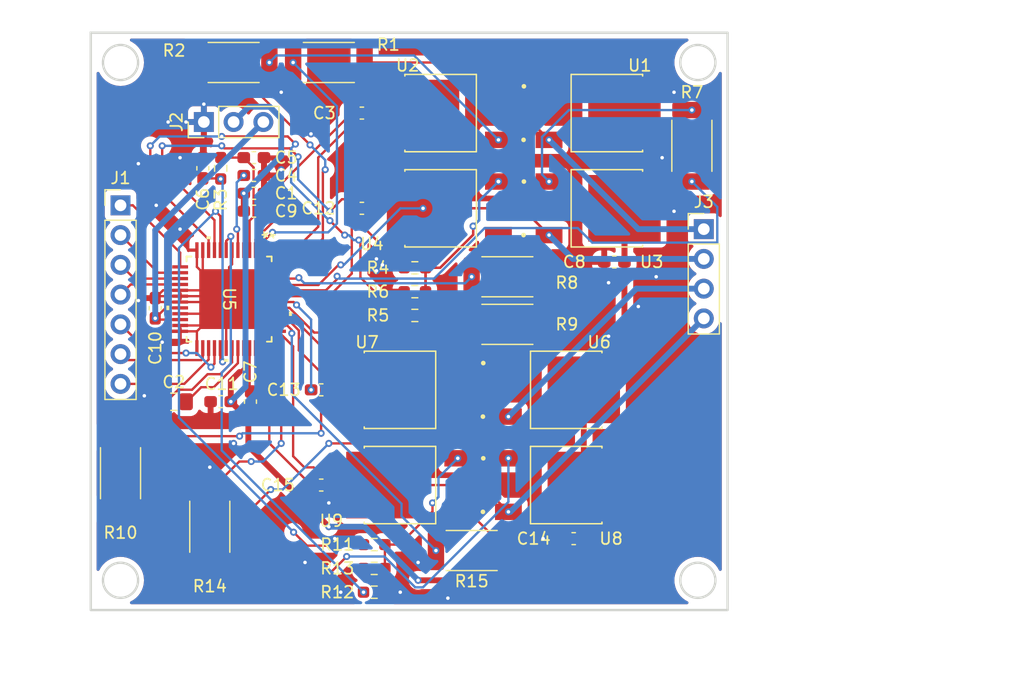
<source format=kicad_pcb>
(kicad_pcb (version 20240108) (generator "pcbnew") (generator_version "8.0")
  (layers (0 "F.Cu" signal) (31 "B.Cu" signal) (34 "B.Paste" user) (35 "F.Paste" user) (36 "B.SilkS" user "B.Silkscreen") (37 "F.SilkS" user "F.Silkscreen") (38 "B.Mask" user) (39 "F.Mask" user) (44 "Edge.Cuts" user))
  (net 0 "")
  (net 1 "/BMA1")
  (net 2 "Net-(U1-G)")
  (net 3 "VM")
  (net 4 "Net-(U2-G)")
  (net 5 "Net-(U2-S)")
  (net 6 "/BMA2")
  (net 7 "Net-(U3-G)")
  (net 8 "Net-(U4-G)")
  (net 9 "/CA1")
  (net 10 "/HB1")
  (net 11 "/SRAH")
  (net 12 "/LB1")
  (net 13 "GND")
  (net 14 "/TMC5160A/CPI")
  (net 15 "/LA1")
  (net 16 "/TMC5160A/CPO")
  (net 17 "/HB2")
  (net 18 "VC")
  (net 19 "/SRBH")
  (net 20 "/LA2")
  (net 21 "/LB2")
  (net 22 "/SRAL")
  (net 23 "/CA2")
  (net 24 "/CB1")
  (net 25 "/CB2")
  (net 26 "/TMC5160A/12VOUT")
  (net 27 "/SRBL")
  (net 28 "/TMC5160A/5VOUT")
  (net 29 "/TMC5160A/VCC")
  (net 30 "/TMC5160A/VCP")
  (net 31 "/HA1")
  (net 32 "/BMB1")
  (net 33 "/BMB2")
  (net 34 "/TMC5160A/DIAG0")
  (net 35 "/TMC5160A/DIAG1")
  (net 36 "/TMC5160A/MOSI")
  (net 37 "/TMC5160A/MISO")
  (net 38 "/HA2")
  (net 39 "/TMC5160A/SCK")
  (net 40 "/TMC5160A/ENABLE")
  (net 41 "Net-(U6-G)")
  (net 42 "Net-(U7-G)")
  (net 43 "Net-(U7-S)")
  (net 44 "Net-(U8-G)")
  (net 45 "Net-(U9-G)")
  (net 46 "/TMC5160A/CSN")
  (footprint "AOD4126:TRANS_TSM60N1R4CP_ROG" (layer "F.Cu") (at 156.677 75.184)
    (property "Reference" "U6")
    (property "Value" "AOD4126")
  )
  (footprint "Resistor_SMD:R_0603_1608Metric_Pad0.98x0.95mm_HandSolder" (layer "F.Cu") (at 141.0325 90.424)
    (property "Reference" "R13")
    (property "Value" "30m")
  )
  (footprint "TMC5160A-TA-T:21-100582_ADI" (layer "F.Cu") (at 128.649 67.439 -90)
    (property "Reference" "U5")
    (property "Value" "TMC5160A-TA-T")
  )
  (footprint "AOD4126:TRANS_TSM60N1R4CP_ROG" (layer "F.Cu") (at 156.677 83.312)
    (property "Reference" "U8")
    (property "Value" "AOD4126")
  )
  (footprint "Resistor_SMD:R_0603_1608Metric_Pad0.98x0.95mm_HandSolder" (layer "F.Cu") (at 127.931 56.2738 -90)
    (property "Reference" "R3")
    (property "Value" "2.2")
  )
  (footprint "Resistor_SMD:R_0603_1608Metric_Pad0.98x0.95mm_HandSolder" (layer "F.Cu") (at 141.0325 92.456)
    (property "Reference" "R12")
    (property "Value" "47")
  )
  (footprint "Resistor_SMD:R_2512_6332Metric_Pad1.40x3.35mm_HandSolder" (layer "F.Cu") (at 152.398 65.532 180)
    (property "Reference" "R8")
    (property "Value" "5")
  )
  (footprint "Resistor_SMD:R_2512_6332Metric_Pad1.40x3.35mm_HandSolder" (layer "F.Cu") (at 127 86.868 90)
    (property "Reference" "R14")
    (property "Value" "5")
  )
  (footprint "Resistor_SMD:R_0603_1608Metric_Pad0.98x0.95mm_HandSolder" (layer "F.Cu") (at 144.501501 68.835)
    (property "Reference" "R5")
    (property "Value" "47")
  )
  (footprint "AOD4126:TRANS_TSM60N1R4CP_ROG" (layer "F.Cu") (at 147.446 59.691 180)
    (property "Reference" "U4")
    (property "Value" "AOD4126")
  )
  (footprint "Capacitor_SMD:C_0603_1608Metric_Pad1.08x0.95mm_HandSolder" (layer "F.Cu") (at 122.343 68.2148 -90)
    (property "Reference" "C10")
    (property "Value" "100nF")
  )
  (footprint "AOD4126:TRANS_TSM60N1R4CP_ROG" (layer "F.Cu") (at 160.146 51.563)
    (property "Reference" "U1")
    (property "Value" "AOD4126")
  )
  (footprint "AOD4126:TRANS_TSM60N1R4CP_ROG" (layer "F.Cu") (at 147.446 51.563 180)
    (property "Reference" "U2")
    (property "Value" "AOD4126")
  )
  (footprint "Capacitor_SMD:C_0603_1608Metric_Pad1.08x0.95mm_HandSolder" (layer "F.Cu") (at 127.931 76.1893)
    (property "Reference" "C11")
    (property "Value" "2.2uF")
  )
  (footprint "Resistor_SMD:R_2512_6332Metric_Pad1.40x3.35mm_HandSolder" (layer "F.Cu") (at 137.162 47.244)
    (property "Reference" "R1")
    (property "Value" "5")
  )
  (footprint "Capacitor_SMD:C_0603_1608Metric_Pad1.08x0.95mm_HandSolder" (layer "F.Cu") (at 158.0595 87.884)
    (property "Reference" "C14")
    (property "Value" "470nF")
  )
  (footprint "Capacitor_SMD:C_0603_1608Metric_Pad1.08x0.95mm_HandSolder" (layer "F.Cu") (at 130.7615 59.9333 180)
    (property "Reference" "C9")
    (property "Value" "2.2uF")
  )
  (footprint "Capacitor_SMD:C_0603_1608Metric_Pad1.08x0.95mm_HandSolder" (layer "F.Cu") (at 136.5105 83.312 180)
    (property "Reference" "C15")
    (property "Value" "470nF")
  )
  (footprint "Resistor_SMD:R_2512_6332Metric_Pad1.40x3.35mm_HandSolder" (layer "F.Cu") (at 129.034 47.244)
    (property "Reference" "R2")
    (property "Value" "5")
  )
  (footprint "Capacitor_SMD:C_0603_1608Metric_Pad1.08x0.95mm_HandSolder" (layer "F.Cu") (at 126.407 56.2738 -90)
    (property "Reference" "C6")
    (property "Value" "470nF")
  )
  (footprint "AOD4126:TRANS_TSM60N1R4CP_ROG" (layer "F.Cu") (at 143.977 75.184 180)
    (property "Reference" "U7")
    (property "Value" "AOD4126")
  )
  (footprint "Resistor_SMD:R_0603_1608Metric_Pad0.98x0.95mm_HandSolder" (layer "F.Cu") (at 144.501501 66.803)
    (property "Reference" "R6")
    (property "Value" "30m")
  )
  (footprint "Resistor_SMD:R_2512_6332Metric_Pad1.40x3.35mm_HandSolder" (layer "F.Cu") (at 168.148 54.354 -90)
    (property "Reference" "R7")
    (property "Value" "5")
  )
  (footprint "Capacitor_SMD:C_0603_1608Metric_Pad1.08x0.95mm_HandSolder" (layer "F.Cu") (at 136.5105 75.184)
    (property "Reference" "C13")
    (property "Value" "470nF")
  )
  (footprint "Capacitor_SMD:C_0603_1608Metric_Pad1.08x0.95mm_HandSolder" (layer "F.Cu") (at 139.979501 59.691 180)
    (property "Reference" "C12")
    (property "Value" "470nF")
  )
  (footprint "Capacitor_SMD:C_0603_1608Metric_Pad1.08x0.95mm_HandSolder" (layer "F.Cu") (at 130.471 76.1893 -90)
    (property "Reference" "C7")
    (property "Value" "2.2uF")
  )
  (footprint "Resistor_SMD:R_2512_6332Metric_Pad1.40x3.35mm_HandSolder" (layer "F.Cu") (at 149.352 88.9 180)
    (property "Reference" "R15")
    (property "Value" "5")
  )
  (footprint "Resistor_SMD:R_2512_6332Metric_Pad1.40x3.35mm_HandSolder" (layer "F.Cu") (at 119.38 82.298 -90)
    (property "Reference" "R10")
    (property "Value" "5")
  )
  (footprint "Resistor_SMD:R_2512_6332Metric_Pad1.40x3.35mm_HandSolder" (layer "F.Cu") (at 152.4 69.596)
    (property "Reference" "R9")
    (property "Value" "5")
  )
  (footprint "Capacitor_SMD:C_0603_1608Metric_Pad1.08x0.95mm_HandSolder" (layer "F.Cu") (at 139.9795 51.563)
    (property "Reference" "C3")
    (property "Value" "470nF")
  )
  (footprint "Capacitor_SMD:C_0805_2012Metric_Pad1.18x1.45mm_HandSolder" (layer "F.Cu") (at 123.9305 76.2)
    (property "Reference" "C2")
    (property "Value" "2.2uF")
  )
  (footprint "Capacitor_SMD:C_0603_1608Metric_Pad1.08x0.95mm_HandSolder" (layer "F.Cu") (at 161.5285 64.262999)
    (property "Reference" "C8")
    (property "Value" "470nF")
  )
  (footprint "AOD4126:TRANS_TSM60N1R4CP_ROG" (layer "F.Cu") (at 143.977 83.312 180)
    (property "Reference" "U9")
    (property "Value" "AOD4126")
  )
  (footprint "Capacitor_SMD:C_0603_1608Metric_Pad1.08x0.95mm_HandSolder" (layer "F.Cu") (at 130.7615 55.3613 180)
    (property "Reference" "C5")
    (property "Value" "2.2uF")
  )
  (footprint "Capacitor_SMD:C_0603_1608Metric_Pad1.08x0.95mm_HandSolder" (layer "F.Cu") (at 130.7615 56.8853 180)
    (property "Reference" "C4")
    (property "Value" "2.2uF")
  )
  (footprint "Connector_PinHeader_2.54mm:PinHeader_1x04_P2.54mm_Vertical" (layer "F.Cu") (at 169.164 61.468)
    (property "Reference" "J3")
    (property "Value" "Conn_01x04")
  )
  (footprint "Resistor_SMD:R_0603_1608Metric_Pad0.98x0.95mm_HandSolder" (layer "F.Cu") (at 144.501501 64.771)
    (property "Reference" "R4")
    (property "Value" "47")
  )
  (footprint "Connector_PinHeader_2.54mm:PinHeader_1x07_P2.54mm_Vertical" (layer "F.Cu") (at 119.38 59.436)
    (property "Reference" "J1")
    (property "Value" "Conn_01x07")
  )
  (footprint "Connector_PinHeader_2.54mm:PinHeader_1x03_P2.54mm_Vertical" (layer "F.Cu") (at 126.492 52.324 90)
    (property "Reference" "J2")
    (property "Value" "Conn_01x03")
  )
  (footprint "Resistor_SMD:R_0603_1608Metric_Pad0.98x0.95mm_HandSolder" (layer "F.Cu") (at 141.0325 88.392)
    (property "Reference" "R11")
    (property "Value" "47")
  )
  (footprint "Capacitor_SMD:C_0603_1608Metric_Pad1.08x0.95mm_HandSolder" (layer "F.Cu") (at 130.7615 58.4093 180)
    (property "Reference" "C1")
    (property "Value" "100nF")
  )
  (footprint "AOD4126:TRANS_TSM60N1R4CP_ROG" (layer "F.Cu") (at 160.146 59.690999)
    (property "Reference" "U3")
    (property "Value" "AOD4126")
  )
  (gr_rect (start 116.84 44.704) (end 171.196 93.98) (stroke (width 0.2)) (fill none) (layer "Edge.Cuts"))
  (gr_circle (center 168.656 47.244) (end 170.156 47.244) (stroke (width 0.2)) (fill none) (layer "Edge.Cuts"))
  (gr_circle (center 119.38 91.44) (end 120.88 91.44) (stroke (width 0.2)) (fill none) (layer "Edge.Cuts"))
  (gr_circle (center 168.656 91.44) (end 170.156 91.44) (stroke (width 0.2)) (fill none) (layer "Edge.Cuts"))
  (gr_circle (center 119.38 47.244) (end 120.88 47.244) (stroke (width 0.2)) (fill none) (layer "Edge.Cuts"))
  (segment (start 132.8273 68.689) (end 133.740101 68.689) (width 0.2) (layer "F.Cu") (net 1))
  (segment (start 133.740101 68.689) (end 140.235101 75.184) (width 0.2) (layer "F.Cu") (net 1))
  (segment (start 140.235101 75.184) (end 141.732 75.184) (width 0.2) (layer "F.Cu") (net 1))
  (segment (start 145.288 71.628) (end 141.732 75.184) (width 0.2) (layer "F.Cu") (net 1))
  (segment (start 151.042 73.105) (end 149.565 71.628) (width 0.2) (layer "F.Cu") (net 1))
  (segment (start 152.487 77.469) (end 151.042 76.024) (width 0.2) (layer "F.Cu") (net 1))
  (segment (start 137.373 75.184) (end 141.732 75.184) (width 0.2) (layer "F.Cu") (net 1))
  (segment (start 151.042 76.024) (end 151.042 73.105) (width 0.2) (layer "F.Cu") (net 1))
  (segment (start 149.565 71.628) (end 145.288 71.628) (width 0.2) (layer "F.Cu") (net 1))
  (via (at 152.487 77.469) (size 0.6) (drill 0.3) (layers "F.Cu" "B.Cu") (net 1))
  (segment (start 169.164 66.548) (end 163.408 66.548) (width 0.5) (layer "B.Cu") (net 1))
  (segment (start 163.408 66.548) (end 152.487 77.469) (width 0.5) (layer "B.Cu") (net 1))
  (segment (start 153.922 47.244) (end 140.212 47.244) (width 0.2) (layer "F.Cu") (net 2))
  (segment (start 155.956 49.278) (end 153.922 47.244) (width 0.2) (layer "F.Cu") (net 2))
  (segment (start 162.391 51.563) (end 162.391 59.691) (width 0.5) (layer "F.Cu") (net 3))
  (segment (start 130.29 77.2328) (end 130.29 79.998) (width 0.5) (layer "F.Cu") (net 3))
  (segment (start 158.922 83.312) (end 158.922 75.184) (width 0.5) (layer "F.Cu") (net 3))
  (segment (start 162.391 51.563) (end 162.391 59.691) (width 0.5) (layer "F.Cu") (net 3))
  (segment (start 162.391 59.691) (end 162.686 59.691) (width 0.5) (layer "F.Cu") (net 3))
  (segment (start 158.922 83.312) (end 159.217 83.312) (width 0.5) (layer "F.Cu") (net 3))
  (segment (start 162.391 51.563) (end 162.391 59.691) (width 0.5) (layer "F.Cu") (net 3))
  (segment (start 162.391 59.690999) (end 162.391 71.715) (width 0.5) (layer "F.Cu") (net 3))
  (segment (start 162.391 59.691) (end 162.391 64.263) (width 0.5) (layer "F.Cu") (net 3))
  (segment (start 130.471 77.0518) (end 130.29 77.2328) (width 0.5) (layer "F.Cu") (net 3))
  (segment (start 128.7935 74.4065) (end 129.54 73.66) (width 0.5) (layer "F.Cu") (net 3))
  (segment (start 162.391 59.691) (end 162.391 64.263) (width 0.5) (layer "F.Cu") (net 3))
  (segment (start 162.391 59.691) (end 162.686 59.691) (width 0.5) (layer "F.Cu") (net 3))
  (segment (start 155.366 91.44) (end 158.922 87.884) (width 0.5) (layer "F.Cu") (net 3))
  (segment (start 129.899 73.301) (end 129.899 71.6173) (width 0.2) (layer "F.Cu") (net 3))
  (segment (start 130.29 79.998) (end 137.16 86.868) (width 0.5) (layer "F.Cu") (net 3))
  (segment (start 162.391 59.691) (end 162.391 64.263) (width 0.5) (layer "F.Cu") (net 3))
  (segment (start 144.78 91.44) (end 155.366 91.44) (width 0.5) (layer "F.Cu") (net 3))
  (segment (start 162.391 59.691) (end 162.686 59.691) (width 0.5) (layer "F.Cu") (net 3))
  (segment (start 129.656 77.0518) (end 128.7935 76.1893) (width 0.5) (layer "F.Cu") (net 3))
  (segment (start 158.922 83.312) (end 158.922 87.884) (width 0.5) (layer "F.Cu") (net 3))
  (segment (start 128.7935 76.1893) (end 128.7935 74.4065) (width 0.5) (layer "F.Cu") (net 3))
  (segment (start 129.899 58.4093) (end 129.899 59.9333) (width 0.5) (layer "F.Cu") (net 3))
  (segment (start 129.899 59.9333) (end 129.899 63.2607) (width 0.2) (layer "F.Cu") (net 3))
  (segment (start 130.471 77.0518) (end 129.656 77.0518) (width 0.5) (layer "F.Cu") (net 3))
  (segment (start 162.391 71.715) (end 158.922 75.184) (width 0.5) (layer "F.Cu") (net 3))
  (segment (start 129.54 73.66) (end 129.899 73.301) (width 0.2) (layer "F.Cu") (net 3))
  (via (at 128.7935 76.1893) (size 0.6) (drill 0.3) (layers "F.Cu" "B.Cu") (net 3))
  (via (at 129.899 58.4093) (size 0.6) (drill 0.3) (layers "F.Cu" "B.Cu") (net 3))
  (via (at 137.16 86.868) (size 0.6) (drill 0.3) (layers "F.Cu" "B.Cu") (net 3))
  (via (at 144.78 91.44) (size 0.6) (drill 0.3) (layers "F.Cu" "B.Cu") (net 3))
  (segment (start 133.096 55.2123) (end 129.899 58.4093) (width 0.5) (layer "B.Cu") (net 3))
  (segment (start 133.096 52.009522) (end 133.096 55.2123) (width 0.5) (layer "B.Cu") (net 3))
  (segment (start 137.16 86.868) (end 140.208 86.868) (width 0.5) (layer "B.Cu") (net 3))
  (segment (start 130.332 51.024) (end 132.110478 51.024) (width 0.5) (layer "B.Cu") (net 3))
  (segment (start 130.049 58.5593) (end 130.049 74.9338) (width 0.5) (layer "B.Cu") (net 3))
  (segment (start 129.032 52.324) (end 130.332 51.024) (width 0.5) (layer "B.Cu") (net 3))
  (segment (start 129.899 58.4093) (end 130.049 58.5593) (width 0.5) (layer "B.Cu") (net 3))
  (segment (start 130.049 74.9338) (end 128.7935 76.1893) (width 0.5) (layer "B.Cu") (net 3))
  (segment (start 132.110478 51.024) (end 133.096 52.009522) (width 0.5) (layer "B.Cu") (net 3))
  (segment (start 140.208 86.868) (end 144.78 91.44) (width 0.5) (layer "B.Cu") (net 3))
  (segment (start 151.636 53.848) (end 151.191 53.848) (width 0.2) (layer "F.Cu") (net 4))
  (segment (start 151.636 53.848) (end 151.191 53.848) (width 0.2) (layer "F.Cu") (net 4))
  (segment (start 151.636 53.848) (end 151.191 53.848) (width 0.2) (layer "F.Cu") (net 4))
  (via (at 132.084 47.244) (size 0.6) (drill 0.3) (layers "F.Cu" "B.Cu") (net 4))
  (via (at 151.636 53.848) (size 0.6) (drill 0.3) (layers "F.Cu" "B.Cu") (net 4))
  (segment (start 151.636 53.848) (end 144.432 46.644) (width 0.2) (layer "B.Cu") (net 4))
  (segment (start 132.684 46.644) (end 132.084 47.244) (width 0.2) (layer "B.Cu") (net 4))
  (segment (start 144.432 46.644) (end 132.684 46.644) (width 0.2) (layer "B.Cu") (net 4))
  (segment (start 151.636 49.278) (end 153.081 50.723) (width 0.2) (layer "F.Cu") (net 5))
  (segment (start 151.636 49.278) (end 153.081 50.723) (width 0.2) (layer "F.Cu") (net 5))
  (segment (start 146.656 64.771) (end 149.478 61.949) (width 0.2) (layer "F.Cu") (net 5))
  (segment (start 153.081 50.723) (end 153.081 55.961) (width 0.2) (layer "F.Cu") (net 5))
  (segment (start 149.478 61.949) (end 149.478 61.215) (width 0.2) (layer "F.Cu") (net 5))
  (segment (start 151.636 49.278) (end 153.081 50.723) (width 0.2) (layer "F.Cu") (net 5))
  (segment (start 145.414 64.771) (end 145.414 66.803) (width 0.2) (layer "F.Cu") (net 5))
  (segment (start 146.656 64.771) (end 149.478 61.949) (width 0.2) (layer "F.Cu") (net 5))
  (segment (start 146.656 64.771) (end 149.478 61.949) (width 0.2) (layer "F.Cu") (net 5))
  (segment (start 153.081 50.723) (end 153.081 55.961) (width 0.2) (layer "F.Cu") (net 5))
  (segment (start 145.414 64.771) (end 146.656 64.771) (width 0.2) (layer "F.Cu") (net 5))
  (segment (start 153.081 55.961) (end 151.636 57.406) (width 0.2) (layer "F.Cu") (net 5))
  (segment (start 153.081 55.961) (end 151.636 57.406) (width 0.2) (layer "F.Cu") (net 5))
  (segment (start 145.414 64.771) (end 146.656 64.771) (width 0.2) (layer "F.Cu") (net 5))
  (segment (start 149.478 61.949) (end 149.478 61.215) (width 0.2) (layer "F.Cu") (net 5))
  (segment (start 153.081 50.723) (end 153.081 55.961) (width 0.2) (layer "F.Cu") (net 5))
  (segment (start 145.414 64.771) (end 146.656 64.771) (width 0.2) (layer "F.Cu") (net 5))
  (segment (start 149.478 61.949) (end 149.478 61.215) (width 0.2) (layer "F.Cu") (net 5))
  (segment (start 153.081 55.961) (end 151.636 57.406) (width 0.2) (layer "F.Cu") (net 5))
  (segment (start 145.414 64.771) (end 145.414 66.803) (width 0.2) (layer "F.Cu") (net 5))
  (segment (start 145.414 64.771) (end 145.414 66.803) (width 0.2) (layer "F.Cu") (net 5))
  (via (at 149.478 61.215) (size 0.6) (drill 0.3) (layers "F.Cu" "B.Cu") (net 5))
  (via (at 149.478 61.215) (size 0.6) (drill 0.3) (layers "F.Cu" "B.Cu") (net 5))
  (via (at 151.636 57.406) (size 0.6) (drill 0.3) (layers "F.Cu" "B.Cu") (net 5))
  (via (at 151.636 57.406) (size 0.6) (drill 0.3) (layers "F.Cu" "B.Cu") (net 5))
  (via (at 149.478 61.215) (size 0.6) (drill 0.3) (layers "F.Cu" "B.Cu") (net 5))
  (via (at 151.636 57.406) (size 0.6) (drill 0.3) (layers "F.Cu" "B.Cu") (net 5))
  (segment (start 149.986 60.707) (end 149.986 59.056) (width 0.2) (layer "B.Cu") (net 5))
  (segment (start 149.986 59.056) (end 151.636 57.406) (width 0.2) (layer "B.Cu") (net 5))
  (segment (start 149.478 61.215) (end 149.986 60.707) (width 0.2) (layer "B.Cu") (net 5))
  (segment (start 149.986 59.056) (end 151.636 57.406) (width 0.2) (layer "B.Cu") (net 5))
  (segment (start 149.478 61.215) (end 149.986 60.707) (width 0.2) (layer "B.Cu") (net 5))
  (segment (start 149.986 60.707) (end 149.986 59.056) (width 0.2) (layer "B.Cu") (net 5))
  (segment (start 149.986 59.056) (end 151.636 57.406) (width 0.2) (layer "B.Cu") (net 5))
  (segment (start 149.478 61.215) (end 149.986 60.707) (width 0.2) (layer "B.Cu") (net 5))
  (segment (start 149.986 60.707) (end 149.986 59.056) (width 0.2) (layer "B.Cu") (net 5))
  (segment (start 150.202 83.312) (end 141.732 83.312) (width 0.2) (layer "F.Cu") (net 6))
  (segment (start 135.863 81.802) (end 137.373 83.312) (width 0.2) (layer "F.Cu") (net 6))
  (segment (start 134.112 80.845222) (end 135.068778 81.802) (width 0.2) (layer "F.Cu") (net 6))
  (segment (start 134.112 71.4737) (end 134.112 80.845222) (width 0.2) (layer "F.Cu") (net 6))
  (segment (start 137.373 83.312) (end 141.732 83.312) (width 0.2) (layer "F.Cu") (net 6))
  (segment (start 152.487 85.597) (end 150.202 83.312) (width 0.2) (layer "F.Cu") (net 6))
  (segment (start 135.068778 81.802) (end 135.863 81.802) (width 0.2) (layer "F.Cu") (net 6))
  (segment (start 132.8273 70.189) (end 134.112 71.4737) (width 0.2) (layer "F.Cu") (net 6))
  (via (at 152.487 85.597) (size 0.6) (drill 0.3) (layers "F.Cu" "B.Cu") (net 6))
  (segment (start 169.164 69.088) (end 152.655 85.597) (width 0.5) (layer "B.Cu") (net 6))
  (segment (start 152.655 85.597) (end 152.487 85.597) (width 0.5) (layer "B.Cu") (net 6))
  (segment (start 155.956 57.405999) (end 155.956 57.404) (width 0.2) (layer "F.Cu") (net 7))
  (via (at 168.148 51.304) (size 0.6) (drill 0.3) (layers "F.Cu" "B.Cu") (net 7))
  (via (at 155.956 57.404) (size 0.6) (drill 0.3) (layers "F.Cu" "B.Cu") (net 7))
  (segment (start 155.356 56.804) (end 155.356 53.599471) (width 0.2) (layer "B.Cu") (net 7))
  (segment (start 155.356 53.599471) (end 157.651471 51.304) (width 0.2) (layer "B.Cu") (net 7))
  (segment (start 157.651471 51.304) (end 168.148 51.304) (width 0.2) (layer "B.Cu") (net 7))
  (segment (start 155.956 57.404) (end 155.356 56.804) (width 0.2) (layer "B.Cu") (net 7))
  (segment (start 151.892 61.976) (end 155.448 65.532) (width 0.2) (layer "F.Cu") (net 8))
  (segment (start 151.636 61.976) (end 151.892 61.976) (width 0.2) (layer "F.Cu") (net 8))
  (segment (start 132.8273 67.689) (end 134.154316 67.689) (width 0.2) (layer "F.Cu") (net 9))
  (segment (start 134.154316 67.689) (end 134.403215 67.937899) (width 0.2) (layer "F.Cu") (net 9))
  (via (at 134.403215 67.937899) (size 0.6) (drill 0.3) (layers "F.Cu" "B.Cu") (net 9))
  (via (at 135.648 75.184) (size 0.6) (drill 0.3) (layers "F.Cu" "B.Cu") (net 9))
  (segment (start 134.403215 67.937899) (end 135.648 69.182684) (width 0.2) (layer "B.Cu") (net 9))
  (segment (start 135.648 69.182684) (end 135.648 75.184) (width 0.2) (layer "B.Cu") (net 9))
  (segment (start 131.399 63.2607) (end 131.399 62.69643) (width 0.2) (layer "F.Cu") (net 10))
  (segment (start 131.399 62.69643) (end 132.353715 61.741715) (width 0.2) (layer "F.Cu") (net 10))
  (via (at 132.353715 61.741715) (size 0.6) (drill 0.3) (layers "F.Cu" "B.Cu") (net 10))
  (via (at 134.112 47.244) (size 0.6) (drill 0.3) (layers "F.Cu" "B.Cu") (net 10))
  (segment (start 137.852 60.992532) (end 137.102817 61.741715) (width 0.2) (layer "B.Cu") (net 10))
  (segment (start 137.102817 61.741715) (end 132.353715 61.741715) (width 0.2) (layer "B.Cu") (net 10))
  (segment (start 134.112 47.244) (end 137.852 50.984) (width 0.2) (layer "B.Cu") (net 10))
  (segment (start 137.852 50.984) (end 137.852 60.992532) (width 0.2) (layer "B.Cu") (net 10))
  (segment (start 140.028 88.484) (end 140.12 88.392) (width 0.2) (layer "F.Cu") (net 11))
  (segment (start 127.898999 63.2607) (end 127.898999 60.351514) (width 0.2) (layer "F.Cu") (net 11))
  (segment (start 135.29947 88.484) (end 140.028 88.484) (width 0.2) (layer "F.Cu") (net 11))
  (segment (start 134.151735 87.336265) (end 135.29947 88.484) (width 0.2) (layer "F.Cu") (net 11))
  (segment (start 127.898999 60.351514) (end 127.491485 59.944) (width 0.2) (layer "F.Cu") (net 11))
  (via (at 127.491485 59.944) (size 0.6) (drill 0.3) (layers "F.Cu" "B.Cu") (net 11))
  (via (at 134.151735 87.336265) (size 0.6) (drill 0.3) (layers "F.Cu" "B.Cu") (net 11))
  (segment (start 124.368 77.55253) (end 124.368 63.067485) (width 0.2) (layer "B.Cu") (net 11))
  (segment (start 124.368 63.067485) (end 127.491485 59.944) (width 0.2) (layer "B.Cu") (net 11))
  (segment (start 134.151735 87.336265) (end 124.368 77.55253) (width 0.2) (layer "B.Cu") (net 11))
  (segment (start 133.740101 65.188999) (end 132.8273 65.188999) (width 0.2) (layer "F.Cu") (net 12))
  (segment (start 136.652 62.2771) (end 133.740101 65.188999) (width 0.2) (layer "F.Cu") (net 12))
  (segment (start 136.652 56.588) (end 136.652 62.2771) (width 0.2) (layer "F.Cu") (net 12))
  (segment (start 136.852 56.388) (end 136.652 56.588) (width 0.2) (layer "F.Cu") (net 12))
  (segment (start 128.524 47.244) (end 135.555735 54.275735) (width 0.2) (layer "F.Cu") (net 12))
  (segment (start 125.984 47.244) (end 128.524 47.244) (width 0.2) (layer "F.Cu") (net 12))
  (via (at 136.852 56.388) (size 0.6) (drill 0.3) (layers "F.Cu" "B.Cu") (net 12))
  (via (at 135.555735 54.275735) (size 0.6) (drill 0.3) (layers "F.Cu" "B.Cu") (net 12))
  (segment (start 136.852 55.572) (end 136.852 56.388) (width 0.2) (layer "B.Cu") (net 12))
  (segment (start 135.555735 54.275735) (end 136.852 55.572) (width 0.2) (layer "B.Cu") (net 12))
  (segment (start 128.899 64.4653) (end 128.899 63.2607) (width 0.2) (layer "F.Cu") (net 13))
  (segment (start 124.4707 68.689) (end 127.399 68.689) (width 0.2) (layer "F.Cu") (net 13))
  (segment (start 126.492 55.3263) (end 126.407 55.4113) (width 0.5) (layer "F.Cu") (net 13))
  (segment (start 143.589 66.803) (end 143.589 67.01) (width 0.2) (layer "F.Cu") (net 13))
  (segment (start 143.589 66.803) (end 143.589 67.01) (width 0.2) (layer "F.Cu") (net 13))
  (segment (start 125.899 71.6173) (end 125.899 70.189) (width 0.2) (layer "F.Cu") (net 13))
  (segment (start 122.6797 67.689) (end 122.343 67.3523) (width 0.2) (layer "F.Cu") (net 13))
  (segment (start 124.4707 66.688999) (end 123.006301 66.688999) (width 0.2) (layer "F.Cu") (net 13))
  (segment (start 126.398999 65.188999) (end 126.398999 63.2607) (width 0.2) (layer "F.Cu") (net 13))
  (segment (start 128.649 64.7153) (end 128.899 64.4653) (width 0.2) (layer "F.Cu") (net 13))
  (segment (start 127.399 68.689) (end 128.649 67.439) (width 0.2) (layer "F.Cu") (net 13))
  (segment (start 122.5063 67.189) (end 122.343 67.3523) (width 0.2) (layer "F.Cu") (net 13))
  (segment (start 125.899 70.189) (end 128.649 67.439) (width 0.2) (layer "F.Cu") (net 13))
  (segment (start 124.4707 67.189) (end 128.399 67.189) (width 0.2) (layer "F.Cu") (net 13))
  (segment (start 128.399 67.689) (end 128.649 67.439) (width 0.2) (layer "F.Cu") (net 13))
  (segment (start 128.399 67.189) (end 128.649 67.439) (width 0.2) (layer "F.Cu") (net 13))
  (segment (start 124.4707 67.689) (end 128.399 67.689) (width 0.2) (layer "F.Cu") (net 13))
  (segment (start 131.624 55.3613) (end 131.624 59.9333) (width 0.5) (layer "F.Cu") (net 13))
  (segment (start 124.4707 67.689) (end 122.6797 67.689) (width 0.2) (layer "F.Cu") (net 13))
  (segment (start 143.589 66.803) (end 143.589 67.01) (width 0.2) (layer "F.Cu") (net 13))
  (segment (start 128.649 67.439) (end 128.649 64.7153) (width 0.2) (layer "F.Cu") (net 13))
  (segment (start 126.398999 69.689001) (end 128.649 67.439) (width 0.2) (layer "F.Cu") (net 13))
  (segment (start 128.649 67.439) (end 125.899 64.689) (width 0.2) (layer "F.Cu") (net 13))
  (segment (start 141.945 92.249) (end 140.12 90.424) (width 0.5) (layer "F.Cu") (net 13))
  (segment (start 143.589 67.01) (end 145.414 68.835) (width 0.2) (layer "F.Cu") (net 13))
  (segment (start 124.4707 69.689001) (end 126.398999 69.689001) (width 0.2) (layer "F.Cu") (net 13))
  (segment (start 141.945 92.456) (end 141.945 92.249) (width 0.5) (layer "F.Cu") (net 13))
  (segment (start 124.4707 67.189) (end 122.5063 67.189) (width 0.2) (layer "F.Cu") (net 13))
  (segment (start 143.589 67.01) (end 145.414 68.835) (width 0.2) (layer "F.Cu") (net 13))
  (segment (start 126.492 52.324) (end 126.492 55.3263) (width 0.5) (layer "F.Cu") (net 13))
  (segment (start 124.4707 66.688999) (end 127.898999 66.688999) (width 0.2) (layer "F.Cu") (net 13))
  (segment (start 123.006301 66.688999) (end 122.343 67.3523) (width 0.2) (layer "F.Cu") (net 13))
  (segment (start 124.4707 70.189) (end 125.899 70.189) (width 0.2) (layer "F.Cu") (net 13))
  (segment (start 127.898999 66.688999) (end 128.649 67.439) (width 0.2) (layer "F.Cu") (net 13))
  (segment (start 128.649 67.439) (end 126.398999 65.188999) (width 0.2) (layer "F.Cu") (net 13))
  (segment (start 143.589 67.01) (end 145.414 68.835) (width 0.2) (layer "F.Cu") (net 13))
  (segment (start 125.899 64.689) (end 125.899 63.2607) (width 0.2) (layer "F.Cu") (net 13))
  (segment (start 124.4707 69.689001) (end 124.4707 70.189) (width 0.2) (layer "F.Cu") (net 13))
  (segment (start 128.399 67.689) (end 128.399 71.6173) (width 0.2) (layer "F.Cu") (net 13))
  (via (at 141.224 64.008) (size 0.6) (drill 0.3) (layers "F.Cu" "B.Cu") (net 13))
  (via (at 135.636 53.34) (size 0.6) (drill 0.3) (layers "F.Cu" "B.Cu") (net 13))
  (via (at 161.036 70.612) (size 0.6) (drill 0.3) (layers "F.Cu" "B.Cu") (net 13))
  (via (at 165.1 65.532) (size 0.6) (drill 0.3) (layers "F.Cu" "B.Cu") (net 13))
  (via (at 120.904 67.564) (size 0.6) (drill 0.3) (layers "F.Cu" "B.Cu") (net 13))
  (via (at 122.428 59.436) (size 0.6) (drill 0.3) (layers "F.Cu" "B.Cu") (net 13))
  (via (at 166.624 59.944) (size 0.6) (drill 0.3) (layers "F.Cu" "B.Cu") (net 13))
  (via (at 133.096 49.784) (size 0.6) (drill 0.3) (layers "F.Cu" "B.Cu") (net 13))
  (via (at 155.448 87.884) (size 0.6) (drill 0.3) (layers "F.Cu" "B.Cu") (net 13))
  (via (at 141.732 64.516) (size 0.6) (drill 0.3) (layers "F.Cu" "B.Cu") (net 13))
  (via (at 137.668 87.884) (size 0.6) (drill 0.3) (layers "F.Cu" "B.Cu") (net 13))
  (via (at 122.936 71.12) (size 0.6) (drill 0.3) (layers "F.Cu" "B.Cu") (net 13))
  (via (at 127 81.788) (size 0.6) (drill 0.3) (layers "F.Cu" "B.Cu") (net 13))
  (via (at 147.32 92.964) (size 0.6) (drill 0.3) (layers "F.Cu" "B.Cu") (net 13))
  (via (at 124.968 52.324) (size 0.6) (drill 0.3) (layers "F.Cu" "B.Cu") (net 13))
  (via (at 166.624 49.784) (size 0.6) (drill 0.3) (layers "F.Cu" "B.Cu") (net 13))
  (via (at 165.608 55.372) (size 0.6) (drill 0.3) (layers "F.Cu" "B.Cu") (net 13))
  (via (at 143.256 92.456) (size 0.6) (drill 0.3) (layers "F.Cu" "B.Cu") (net 13))
  (via (at 133.096 56.388) (size 0.6) (drill 0.3) (layers "F.Cu" "B.Cu") (net 13))
  (via (at 121.412 75.692) (size 0.6) (drill 0.3) (layers "F.Cu" "B.Cu") (net 13))
  (via (at 163.576 68.072) (size 0.6) (drill 0.3) (layers "F.Cu" "B.Cu") (net 13))
  (via (at 124.46 55.372) (size 0.6) (drill 0.3) (layers "F.Cu" "B.Cu") (net 13))
  (via (at 129.032 79.756) (size 0.6) (drill 0.3) (layers "F.Cu" "B.Cu") (net 13))
  (via (at 123.444 52.324) (size 0.6) (drill 0.3) (layers "F.Cu" "B.Cu") (net 13))
  (via (at 141.224 65.024) (size 0.6) (drill 0.3) (layers "F.Cu" "B.Cu") (net 13))
  (via (at 137.16 84.836) (size 0.6) (drill 0.3) (layers "F.Cu" "B.Cu") (net 13))
  (via (at 126.492 50.8) (size 0.6) (drill 0.3) (layers "F.Cu" "B.Cu") (net 13))
  (via (at 120.904 55.88) (size 0.6) (drill 0.3) (layers "F.Cu" "B.Cu") (net 13))
  (via (at 144.78 89.916) (size 0.6) (drill 0.3) (layers "F.Cu" "B.Cu") (net 13))
  (via (at 124.46 61.468) (size 0.6) (drill 0.3) (layers "F.Cu" "B.Cu") (net 13))
  (via (at 135.128 89.916) (size 0.6) (drill 0.3) (layers "F.Cu" "B.Cu") (net 13))
  (via (at 161.036 66.04) (size 0.6) (drill 0.3) (layers "F.Cu" "B.Cu") (net 13))
  (via (at 138.176 92.456) (size 0.6) (drill 0.3) (layers "F.Cu" "B.Cu") (net 13))
  (segment (start 126.266843 74.958843) (end 125.025686 76.2) (width 0.2) (layer "F.Cu") (net 14))
  (segment (start 129.399001 72.900484) (end 127.340642 74.958843) (width 0.2) (layer "F.Cu") (net 14))
  (segment (start 127.340642 74.958843) (end 126.266843 74.958843) (width 0.2) (layer "F.Cu") (net 14))
  (segment (start 129.399001 71.6173) (end 129.399001 72.900484) (width 0.2) (layer "F.Cu") (net 14))
  (segment (start 125.025686 76.2) (end 124.968 76.2) (width 0.2) (layer "F.Cu") (net 14))
  (segment (start 136.500735 73.712378) (end 134.599264 71.810907) (width 0.2) (layer "F.Cu") (net 15))
  (segment (start 119.38 79.248) (end 119.49001 79.13799) (width 0.2) (layer "F.Cu") (net 15))
  (segment (start 119.49001 79.13799) (end 129.54 79.13799) (width 0.2) (layer "F.Cu") (net 15))
  (segment (start 134.599264 71.810907) (end 134.599264 70.113849) (width 0.2) (layer "F.Cu") (net 15))
  (segment (start 134.599264 70.113849) (end 133.674414 69.188999) (width 0.2) (layer "F.Cu") (net 15))
  (segment (start 136.500735 78.891265) (end 136.500735 73.712378) (width 0.2) (layer "F.Cu") (net 15))
  (segment (start 133.674414 69.188999) (end 132.8273 69.188999) (width 0.2) (layer "F.Cu") (net 15))
  (via (at 129.54 79.13799) (size 0.6) (drill 0.3) (layers "F.Cu" "B.Cu") (net 15))
  (via (at 136.500735 78.891265) (size 0.6) (drill 0.3) (layers "F.Cu" "B.Cu") (net 15))
  (segment (start 129.54 79.13799) (end 129.786725 78.891265) (width 0.2) (layer "B.Cu") (net 15))
  (segment (start 129.786725 78.891265) (end 136.500735 78.891265) (width 0.2) (layer "B.Cu") (net 15))
  (segment (start 127.886141 73.847658) (end 126.812342 73.847658) (width 0.2) (layer "F.Cu") (net 16))
  (segment (start 128.899 72.834799) (end 127.886141 73.847658) (width 0.2) (layer "F.Cu") (net 16))
  (segment (start 126.812342 73.847658) (end 125.485 75.175) (width 0.2) (layer "F.Cu") (net 16))
  (segment (start 128.899 71.6173) (end 128.899 72.834799) (width 0.2) (layer "F.Cu") (net 16))
  (segment (start 125.485 75.175) (end 124.301529 75.175) (width 0.2) (layer "F.Cu") (net 16))
  (segment (start 124.301529 75.175) (end 123.184529 76.292) (width 0.2) (layer "F.Cu") (net 16))
  (segment (start 123.184529 76.292) (end 122.893 76.292) (width 0.2) (layer "F.Cu") (net 16))
  (segment (start 136.909215 66.688999) (end 132.8273 66.688999) (width 0.2) (layer "F.Cu") (net 17))
  (segment (start 137.867107 65.488) (end 137.867107 65.731107) (width 0.2) (layer "F.Cu") (net 17))
  (segment (start 137.867107 65.731107) (end 136.909215 66.688999) (width 0.2) (layer "F.Cu") (net 17))
  (via (at 168.148 57.404) (size 0.6) (drill 0.3) (layers "F.Cu" "B.Cu") (net 17))
  (via (at 137.867107 65.488) (size 0.6) (drill 0.3) (layers "F.Cu" "B.Cu") (net 17))
  (segment (start 159.646 62.618) (end 170.314 62.618) (width 0.2) (layer "B.Cu") (net 17))
  (segment (start 170.314 62.618) (end 170.314 59.57) (width 0.2) (layer "B.Cu") (net 17))
  (segment (start 138.067107 65.688) (end 146.148 65.688) (width 0.2) (layer "B.Cu") (net 17))
  (segment (start 137.867107 65.488) (end 138.067107 65.688) (width 0.2) (layer "B.Cu") (net 17))
  (segment (start 170.314 59.57) (end 168.148 57.404) (width 0.2) (layer "B.Cu") (net 17))
  (segment (start 158.403999 61.375999) (end 159.646 62.618) (width 0.2) (layer "B.Cu") (net 17))
  (segment (start 150.460001 61.375999) (end 158.403999 61.375999) (width 0.2) (layer "B.Cu") (net 17))
  (segment (start 146.148 65.688) (end 150.460001 61.375999) (width 0.2) (layer "B.Cu") (net 17))
  (segment (start 122.6696 69.0773) (end 122.343 69.0773) (width 0.2) (layer "F.Cu") (net 18))
  (segment (start 124.4707 69.188999) (end 122.454699 69.188999) (width 0.2) (layer "F.Cu") (net 18))
  (segment (start 124.4707 68.189001) (end 123.231299 68.189001) (width 0.2) (layer "F.Cu") (net 18))
  (segment (start 122.454699 69.188999) (end 122.343 69.0773) (width 0.2) (layer "F.Cu") (net 18))
  (segment (start 123.231299 68.189001) (end 122.343 69.0773) (width 0.2) (layer "F.Cu") (net 18))
  (via (at 122.343 69.0773) (size 0.6) (drill 0.3) (layers "F.Cu" "B.Cu") (net 18))
  (segment (start 122.343 61.553) (end 122.343 69.0773) (width 0.5) (layer "B.Cu") (net 18))
  (segment (start 131.572 52.324) (end 122.343 61.553) (width 0.5) (layer "B.Cu") (net 18))
  (segment (start 134.539735 55.291735) (end 133.8218 54.5738) (width 0.2) (layer "F.Cu") (net 19))
  (segment (start 122.936 56.237044) (end 127.399 60.700044) (width 0.2) (layer "F.Cu") (net 19))
  (segment (start 139.954501 61.1365) (end 139.954501 59.224278) (width 0.2) (layer "F.Cu") (net 19))
  (segment (start 139.954501 59.224278) (end 139.646223 58.916) (width 0.2) (layer "F.Cu") (net 19))
  (segment (start 127.399 60.700044) (end 127.399 63.2607) (width 0.2) (layer "F.Cu") (net 19))
  (segment (start 139.646223 58.916) (end 138.28 58.916) (width 0.2) (layer "F.Cu") (net 19))
  (segment (start 122.936 54.356) (end 122.936 56.237044) (width 0.2) (layer "F.Cu") (net 19))
  (segment (start 143.589001 64.771) (end 139.954501 61.1365) (width 0.2) (layer "F.Cu") (net 19))
  (segment (start 133.8218 54.5738) (end 128.2338 54.5738) (width 0.2) (layer "F.Cu") (net 19))
  (segment (start 128.2338 54.5738) (end 128.016 54.356) (width 0.2) (layer "F.Cu") (net 19))
  (segment (start 138.28 58.916) (end 137.252 59.944) (width 0.2) (layer "F.Cu") (net 19))
  (via (at 128.016 54.356) (size 0.6) (drill 0.3) (layers "F.Cu" "B.Cu") (net 19))
  (via (at 137.252 59.944) (size 0.6) (drill 0.3) (layers "F.Cu" "B.Cu") (net 19))
  (via (at 122.936 54.356) (size 0.6) (drill 0.3) (layers "F.Cu" "B.Cu") (net 19))
  (via (at 134.539735 55.291735) (size 0.6) (drill 0.3) (layers "F.Cu" "B.Cu") (net 19))
  (segment (start 134.539735 57.231735) (end 134.539735 55.291735) (width 0.2) (layer "B.Cu") (net 19))
  (segment (start 137.252 59.944) (end 134.539735 57.231735) (width 0.2) (layer "B.Cu") (net 19))
  (segment (start 128.016 54.356) (end 122.936 54.356) (width 0.2) (layer "B.Cu") (net 19))
  (segment (start 132.8273 69.689001) (end 133.60873 69.689001) (width 0.2) (layer "F.Cu") (net 20))
  (segment (start 133.999264 70.079535) (end 133.999264 70.362378) (width 0.2) (layer "F.Cu") (net 20))
  (segment (start 133.60873 69.689001) (end 133.999264 70.079535) (width 0.2) (layer "F.Cu") (net 20))
  (via (at 133.999264 70.362378) (size 0.6) (drill 0.3) (layers "F.Cu" "B.Cu") (net 20))
  (via (at 146.302 88.9) (size 0.6) (drill 0.3) (layers "F.Cu" "B.Cu") (net 20))
  (segment (start 146.302 88.9) (end 143.365494 85.963494) (width 0.2) (layer "B.Cu") (net 20))
  (segment (start 143.365494 85.963494) (end 143.365494 84.907494) (width 0.2) (layer "B.Cu") (net 20))
  (segment (start 133.999264 75.541264) (end 133.999264 70.362378) (width 0.2) (layer "B.Cu") (net 20))
  (segment (start 143.365494 84.907494) (end 133.999264 75.541264) (width 0.2) (layer "B.Cu") (net 20))
  (segment (start 134.525494 65.689001) (end 132.8273 65.689001) (width 0.2) (layer "F.Cu") (net 21))
  (segment (start 134.600424 65.614071) (end 134.525494 65.689001) (width 0.2) (layer "F.Cu") (net 21))
  (via (at 149.348 65.532) (size 0.6) (drill 0.3) (layers "F.Cu" "B.Cu") (net 21))
  (via (at 134.600424 65.614071) (size 0.6) (drill 0.3) (layers "F.Cu" "B.Cu") (net 21))
  (segment (start 148.792 66.088) (end 135.074353 66.088) (width 0.2) (layer "B.Cu") (net 21))
  (segment (start 135.074353 66.088) (end 134.600424 65.614071) (width 0.2) (layer "B.Cu") (net 21))
  (segment (start 149.348 65.532) (end 148.792 66.088) (width 0.2) (layer "B.Cu") (net 21))
  (segment (start 128.399 62.481537) (end 128.792939 62.087598) (width 0.2) (layer "F.Cu") (net 22))
  (segment (start 128.399 63.2607) (end 128.399 62.481537) (width 0.2) (layer "F.Cu") (net 22))
  (via (at 128.792939 62.087598) (size 0.6) (drill 0.3) (layers "F.Cu" "B.Cu") (net 22))
  (via (at 140.12 92.456) (size 0.6) (drill 0.3) (layers "F.Cu" "B.Cu") (net 22))
  (segment (start 128.792939 72.94086) (end 128.016 73.717799) (width 0.2) (layer "B.Cu") (net 22))
  (segment (start 128.792939 62.087598) (end 128.792939 72.94086) (width 0.2) (layer "B.Cu") (net 22))
  (segment (start 128.016 73.717799) (end 128.016 80.352) (width 0.2) (layer "B.Cu") (net 22))
  (segment (start 128.016 80.352) (end 140.12 92.456) (width 0.2) (layer "B.Cu") (net 22))
  (segment (start 130.899001 71.6173) (end 130.899001 74.450579) (width 0.2) (layer "F.Cu") (net 23))
  (segment (start 132.08 75.631578) (end 132.08 79.744) (width 0.2) (layer "F.Cu") (net 23))
  (segment (start 130.899001 74.450579) (end 132.08 75.631578) (width 0.2) (layer "F.Cu") (net 23))
  (segment (start 132.08 79.744) (end 135.648 83.312) (width 0.2) (layer "F.Cu") (net 23))
  (segment (start 132.4615 58.2185) (end 132.4615 60.7854) (width 0.2) (layer "F.Cu") (net 24))
  (segment (start 139.117 51.563) (end 132.4615 58.2185) (width 0.2) (layer "F.Cu") (net 24))
  (segment (start 130.899001 62.347899) (end 130.899001 63.2607) (width 0.2) (layer "F.Cu") (net 24))
  (segment (start 132.4615 60.7854) (end 130.899001 62.347899) (width 0.2) (layer "F.Cu") (net 24))
  (segment (start 137.189481 67.189) (end 139.117001 65.26148) (width 0.2) (layer "F.Cu") (net 25))
  (segment (start 132.8273 67.189) (end 137.189481 67.189) (width 0.2) (layer "F.Cu") (net 25))
  (segment (start 139.117001 65.26148) (end 139.117001 59.691) (width 0.2) (layer "F.Cu") (net 25))
  (segment (start 129.399001 63.2607) (end 129.399001 61.568001) (width 0.2) (layer "F.Cu") (net 26))
  (segment (start 129.399001 61.568001) (end 129.299 61.468) (width 0.2) (layer "F.Cu") (net 26))
  (via (at 129.899 56.8853) (size 0.6) (drill 0.3) (layers "F.Cu" "B.Cu") (net 26))
  (via (at 129.299 61.468) (size 0.6) (drill 0.3) (layers "F.Cu" "B.Cu") (net 26))
  (segment (start 129.299 57.4853) (end 129.899 56.8853) (width 0.2) (layer "B.Cu") (net 26))
  (segment (start 129.299 61.468) (end 129.299 57.4853) (width 0.2) (layer "B.Cu") (net 26))
  (segment (start 121.92 54.356) (end 121.92 57.368901) (width 0.2) (layer "F.Cu") (net 27))
  (segment (start 126.899001 62.347902) (end 126.899001 63.2607) (width 0.2) (layer "F.Cu") (net 27))
  (segment (start 143.101501 68.835) (end 143.589001 68.835) (width 0.2) (layer "F.Cu") (net 27))
  (segment (start 134.305926 54.209396) (end 133.652527 53.555997) (width 0.2) (layer "F.Cu") (net 27))
  (segment (start 139.855765 65.589264) (end 143.101501 68.835) (width 0.2) (layer "F.Cu") (net 27))
  (segment (start 121.92 57.368901) (end 126.899001 62.347902) (width 0.2) (layer "F.Cu") (net 27))
  (segment (start 139.717001 62.398738) (end 139.855765 62.537502) (width 0.2) (layer "F.Cu") (net 27))
  (segment (start 138.517001 61.976) (end 138.483997 61.976) (width 0.2) (layer "F.Cu") (net 27))
  (segment (start 138.483997 61.976) (end 137.252 60.744003) (width 0.2) (layer "F.Cu") (net 27))
  (segment (start 133.652527 53.555997) (end 128.016 53.555997) (width 0.2) (layer "F.Cu") (net 27))
  (segment (start 139.855765 62.537502) (end 139.855765 65.589264) (width 0.2) (layer "F.Cu") (net 27))
  (via (at 121.92 54.356) (size 0.6) (drill 0.3) (layers "F.Cu" "B.Cu") (net 27))
  (via (at 139.717001 62.398738) (size 0.6) (drill 0.3) (layers "F.Cu" "B.Cu") (net 27))
  (via (at 134.305926 54.209396) (size 0.6) (drill 0.3) (layers "F.Cu" "B.Cu") (net 27))
  (via (at 128.016 53.555997) (size 0.6) (drill 0.3) (layers "F.Cu" "B.Cu") (net 27))
  (via (at 138.517001 61.976) (size 0.6) (drill 0.3) (layers "F.Cu" "B.Cu") (net 27))
  (via (at 137.252 60.744003) (size 0.6) (drill 0.3) (layers "F.Cu" "B.Cu") (net 27))
  (segment (start 133.939735 54.575587) (end 134.305926 54.209396) (width 0.2) (layer "B.Cu") (net 27))
  (segment (start 137.203474 60.744003) (end 133.939735 57.480264) (width 0.2) (layer "B.Cu") (net 27))
  (segment (start 138.517001 61.976) (end 138.866209 61.976) (width 0.2) (layer "B.Cu") (net 27))
  (segment (start 128.016 53.555997) (end 122.720003 53.555997) (width 0.2) (layer "B.Cu") (net 27))
  (segment (start 137.252 60.744003) (end 137.203474 60.744003) (width 0.2) (layer "B.Cu") (net 27))
  (segment (start 122.720003 53.555997) (end 121.92 54.356) (width 0.2) (layer "B.Cu") (net 27))
  (segment (start 139.288947 62.398738) (end 139.717001 62.398738) (width 0.2) (layer "B.Cu") (net 27))
  (segment (start 133.939735 57.480264) (end 133.939735 54.575587) (width 0.2) (layer "B.Cu") (net 27))
  (segment (start 138.866209 61.976) (end 139.288947 62.398738) (width 0.2) (layer "B.Cu") (net 27))
  (segment (start 130.7365 56.1988) (end 129.899 55.3613) (width 0.2) (layer "F.Cu") (net 28))
  (segment (start 130.7365 60.400022) (end 130.7365 56.1988) (width 0.2) (layer "F.Cu") (net 28))
  (segment (start 130.398999 60.737523) (end 130.7365 60.400022) (width 0.2) (layer "F.Cu") (net 28))
  (segment (start 127.931 55.3613) (end 129.899 55.3613) (width 0.2) (layer "F.Cu") (net 28))
  (segment (start 130.398999 63.2607) (end 130.398999 60.737523) (width 0.2) (layer "F.Cu") (net 28))
  (segment (start 127.881 57.1363) (end 127.931 57.1863) (width 0.2) (layer "F.Cu") (net 29))
  (segment (start 127.898999 71.6173) (end 127.898999 72.601299) (width 0.2) (layer "F.Cu") (net 29))
  (segment (start 126.407 57.1363) (end 127.881 57.1363) (width 0.2) (layer "F.Cu") (net 29))
  (segment (start 127.898999 72.601299) (end 128.091485 72.793785) (width 0.2) (layer "F.Cu") (net 29))
  (via (at 128.091485 72.793785) (size 0.6) (drill 0.3) (layers "F.Cu" "B.Cu") (net 29))
  (via (at 127.931 57.1863) (size 0.6) (drill 0.3) (layers "F.Cu" "B.Cu") (net 29))
  (segment (start 128.091485 72.793785) (end 128.091485 57.346785) (width 0.2) (layer "B.Cu") (net 29))
  (segment (start 128.091485 57.346785) (end 127.931 57.1863) (width 0.2) (layer "B.Cu") (net 29))
  (segment (start 130.398999 75.254799) (end 130.398999 71.6173) (width 0.2) (layer "F.Cu") (net 30))
  (segment (start 130.471 75.3268) (end 130.398999 75.254799) (width 0.2) (layer "F.Cu") (net 30))
  (segment (start 133.805788 68.189001) (end 132.8273 68.189001) (width 0.2) (layer "F.Cu") (net 31))
  (segment (start 135.912786 70.295999) (end 133.805788 68.189001) (width 0.2) (layer "F.Cu") (net 31))
  (segment (start 148.650001 70.295999) (end 135.912786 70.295999) (width 0.2) (layer "F.Cu") (net 31))
  (segment (start 149.35 69.596) (end 148.650001 70.295999) (width 0.2) (layer "F.Cu") (net 31))
  (segment (start 148.757 48.007) (end 145.201 51.563) (width 0.2) (layer "F.Cu") (net 32))
  (segment (start 132.8273 64.689) (end 136.252 61.2643) (width 0.2) (layer "F.Cu") (net 32))
  (segment (start 140.842 51.563) (end 145.201 51.563) (width 0.2) (layer "F.Cu") (net 32))
  (segment (start 155.956 53.848) (end 154.511 52.403) (width 0.2) (layer "F.Cu") (net 32))
  (segment (start 154.511 49.484) (end 153.034 48.007) (width 0.2) (layer "F.Cu") (net 32))
  (segment (start 138.778778 52.832) (end 139.573 52.832) (width 0.2) (layer "F.Cu") (net 32))
  (segment (start 154.511 49.484) (end 153.034 48.007) (width 0.2) (layer "F.Cu") (net 32))
  (segment (start 154.511 52.403) (end 154.511 49.484) (width 0.2) (layer "F.Cu") (net 32))
  (segment (start 139.573 52.832) (end 140.842 51.563) (width 0.2) (layer "F.Cu") (net 32))
  (segment (start 148.757 48.007) (end 145.201 51.563) (width 0.2) (layer "F.Cu") (net 32))
  (segment (start 140.842 51.563) (end 145.201 51.563) (width 0.2) (layer "F.Cu") (net 32))
  (segment (start 153.034 48.007) (end 148.757 48.007) (width 0.2) (layer "F.Cu") (net 32))
  (segment (start 140.842 51.563) (end 145.201 51.563) (width 0.2) (layer "F.Cu") (net 32))
  (segment (start 136.252 61.2643) (end 136.252 55.358778) (width 0.2) (layer "F.Cu") (net 32))
  (segment (start 154.511 52.403) (end 154.511 49.484) (width 0.2) (layer "F.Cu") (net 32))
  (segment (start 153.034 48.007) (end 148.757 48.007) (width 0.2) (layer "F.Cu") (net 32))
  (segment (start 155.956 53.848) (end 154.511 52.403) (width 0.2) (layer "F.Cu") (net 32))
  (segment (start 136.252 55.358778) (end 138.778778 52.832) (width 0.2) (layer "F.Cu") (net 32))
  (segment (start 154.511 49.484) (end 153.034 48.007) (width 0.2) (layer "F.Cu") (net 32))
  (segment (start 153.034 48.007) (end 148.757 48.007) (width 0.2) (layer "F.Cu") (net 32))
  (segment (start 148.757 48.007) (end 145.201 51.563) (width 0.2) (layer "F.Cu") (net 32))
  (segment (start 154.511 52.403) (end 154.511 49.484) (width 0.2) (layer "F.Cu") (net 32))
  (segment (start 155.956 53.848) (end 154.511 52.403) (width 0.2) (layer "F.Cu") (net 32))
  (via (at 155.956 53.848) (size 0.6) (drill 0.3) (layers "F.Cu" "B.Cu") (net 32))
  (segment (start 169.164 61.468) (end 163.576 61.468) (width 0.5) (layer "B.Cu") (net 32))
  (segment (start 163.576 61.468) (end 155.956 53.848) (width 0.5) (layer "B.Cu") (net 32))
  (segment (start 140.842 59.691) (end 145.201 59.691) (width 0.2) (layer "F.Cu") (net 33))
  (segment (start 155.956 61.976) (end 153.671 59.691) (width 0.2) (layer "F.Cu") (net 33))
  (segment (start 140.842 59.691) (end 145.201 59.691) (width 0.2) (layer "F.Cu") (net 33))
  (segment (start 138.176 64.516) (end 137.990578 64.516) (width 0.2) (layer "F.Cu") (net 33))
  (segment (start 153.671 59.691) (end 145.201 59.691) (width 0.2) (layer "F.Cu") (net 33))
  (segment (start 153.671 59.691) (end 145.201 59.691) (width 0.2) (layer "F.Cu") (net 33))
  (segment (start 155.956 61.976) (end 153.671 59.691) (width 0.2) (layer "F.Cu") (net 33))
  (segment (start 132.873014 66.234714) (end 132.8273 66.189) (width 0.2) (layer "F.Cu") (net 33))
  (segment (start 155.956 61.976) (end 153.671 59.691) (width 0.2) (layer "F.Cu") (net 33))
  (segment (start 136.271864 66.234714) (end 132.873014 66.234714) (width 0.2) (layer "F.Cu") (net 33))
  (segment (start 140.842 59.691) (end 145.201 59.691) (width 0.2) (layer "F.Cu") (net 33))
  (segment (start 137.990578 64.516) (end 136.271864 66.234714) (width 0.2) (layer "F.Cu") (net 33))
  (segment (start 153.671 59.691) (end 145.201 59.691) (width 0.2) (layer "F.Cu") (net 33))
  (via (at 138.176 64.516) (size 0.6) (drill 0.3) (layers "F.Cu" "B.Cu") (net 33))
  (via (at 145.201 59.691) (size 0.6) (drill 0.3) (layers "F.Cu" "B.Cu") (net 33))
  (via (at 155.956 61.975999) (size 0.6) (drill 0.3) (layers "F.Cu" "B.Cu") (net 33))
  (segment (start 138.448266 64.516) (end 143.273266 59.691) (width 0.2) (layer "B.Cu") (net 33))
  (segment (start 169.164 64.008) (end 157.988001 64.008) (width 0.5) (layer "B.Cu") (net 33))
  (segment (start 143.273266 59.691) (end 145.201 59.691) (width 0.2) (layer "B.Cu") (net 33))
  (segment (start 157.988001 64.008) (end 155.956 61.975999) (width 0.5) (layer "B.Cu") (net 33))
  (segment (start 138.176 64.516) (end 138.448266 64.516) (width 0.2) (layer "B.Cu") (net 33))
  (segment (start 126.398999 72.530101) (end 126.2851 72.644) (width 0.2) (layer "F.Cu") (net 34))
  (segment (start 119.888 72.644) (end 119.38 72.136) (width 0.2) (layer "F.Cu") (net 34))
  (segment (start 126.2851 72.644) (end 119.888 72.644) (width 0.2) (layer "F.Cu") (net 34))
  (segment (start 126.398999 71.6173) (end 126.398999 72.530101) (width 0.2) (layer "F.Cu") (net 34))
  (segment (start 126.899001 72.595785) (end 124.818786 74.676) (width 0.2) (layer "F.Cu") (net 35))
  (segment (start 124.818786 74.676) (end 119.38 74.676) (width 0.2) (layer "F.Cu") (net 35))
  (segment (start 126.899001 71.6173) (end 126.899001 72.595785) (width 0.2) (layer "F.Cu") (net 35))
  (segment (start 120.553001 65.689001) (end 124.4707 65.689001) (width 0.2) (layer "F.Cu") (net 36))
  (segment (start 119.38 64.516) (end 120.553001 65.689001) (width 0.2) (layer "F.Cu") (net 36))
  (segment (start 119.38 67.056) (end 120.247 66.189) (width 0.2) (layer "F.Cu") (net 37))
  (segment (start 120.247 66.189) (end 124.4707 66.189) (width 0.2) (layer "F.Cu") (net 37))
  (segment (start 133.096 79.756) (end 133.096 75.692) (width 0.2) (layer "F.Cu") (net 38))
  (segment (start 133.096 75.692) (end 131.399 73.995) (width 0.2) (layer "F.Cu") (net 38))
  (segment (start 129.515669 81.302331) (end 130.533669 81.302331) (width 0.2) (layer "F.Cu") (net 38))
  (segment (start 131.399 73.995) (end 131.399 71.6173) (width 0.2) (layer "F.Cu") (net 38))
  (segment (start 127 83.818) (end 129.515669 81.302331) (width 0.2) (layer "F.Cu") (net 38))
  (via (at 130.533669 81.302331) (size 0.6) (drill 0.3) (layers "F.Cu" "B.Cu") (net 38))
  (via (at 133.096 79.756) (size 0.6) (drill 0.3) (layers "F.Cu" "B.Cu") (net 38))
  (segment (start 130.533669 81.302331) (end 131.549669 81.302331) (width 0.2) (layer "B.Cu") (net 38))
  (segment (start 131.549669 81.302331) (end 133.096 79.756) (width 0.2) (layer "B.Cu") (net 38))
  (segment (start 122.592999 65.188999) (end 124.4707 65.188999) (width 0.2) (layer "F.Cu") (net 39))
  (segment (start 119.38 61.976) (end 122.592999 65.188999) (width 0.2) (layer "F.Cu") (net 39))
  (segment (start 127.399 72.944316) (end 127.399 71.6173) (width 0.2) (layer "F.Cu") (net 40))
  (segment (start 127.095658 73.247658) (end 127.399 72.944316) (width 0.2) (layer "F.Cu") (net 40))
  (segment (start 121.828 72.044) (end 124.968 72.044) (width 0.2) (layer "F.Cu") (net 40))
  (segment (start 119.38 69.596) (end 121.828 72.044) (width 0.2) (layer "F.Cu") (net 40))
  (via (at 124.968 72.044) (size 0.6) (drill 0.3) (layers "F.Cu" "B.Cu") (net 40))
  (via (at 127.095658 73.247658) (size 0.6) (drill 0.3) (layers "F.Cu" "B.Cu") (net 40))
  (segment (start 125.892 72.044) (end 127.095658 73.247658) (width 0.2) (layer "B.Cu") (net 40))
  (segment (start 124.968 72.044) (end 125.892 72.044) (width 0.2) (layer "B.Cu") (net 40))
  (segment (start 148.167 77.469) (end 147.722 77.469) (width 0.2) (layer "F.Cu") (net 42))
  (segment (start 137.16 79.756) (end 145.88 79.756) (width 0.2) (layer "F.Cu") (net 42))
  (segment (start 145.88 79.756) (end 148.167 77.469) (width 0.2) (layer "F.Cu") (net 42))
  (segment (start 130.552 85.348) (end 132.206265 83.693735) (width 0.2) (layer "F.Cu") (net 42))
  (segment (start 119.38 85.348) (end 130.552 85.348) (width 0.2) (layer "F.Cu") (net 42))
  (via (at 137.16 79.756) (size 0.6) (drill 0.3) (layers "F.Cu" "B.Cu") (net 42))
  (via (at 132.206265 83.693735) (size 0.6) (drill 0.3) (layers "F.Cu" "B.Cu") (net 42))
  (segment (start 132.206265 83.693735) (end 133.222265 83.693735) (width 0.2) (layer "B.Cu") (net 42))
  (segment (start 133.222265 83.693735) (end 137.16 79.756) (width 0.2) (layer "B.Cu") (net 42))
  (segment (start 148.167 72.899) (end 149.612 74.344) (width 0.2) (layer "F.Cu") (net 43))
  (segment (start 141.945 88.392) (end 143.187 88.392) (width 0.2) (layer "F.Cu") (net 43))
  (segment (start 149.612 79.582) (end 148.167 81.027) (width 0.2) (layer "F.Cu") (net 43))
  (segment (start 143.187 88.392) (end 146.009 85.57) (width 0.2) (layer "F.Cu") (net 43))
  (segment (start 146.009 85.57) (end 146.009 84.836) (width 0.2) (layer "F.Cu") (net 43))
  (segment (start 149.612 74.344) (end 149.612 79.582) (width 0.2) (layer "F.Cu") (net 43))
  (segment (start 141.945 88.392) (end 141.945 90.424) (width 0.2) (layer "F.Cu") (net 43))
  (via (at 146.009 84.836) (size 0.6) (drill 0.3) (layers "F.Cu" "B.Cu") (net 43))
  (via (at 148.167 81.027) (size 0.6) (drill 0.3) (layers "F.Cu" "B.Cu") (net 43))
  (segment (start 146.517 82.677) (end 148.167 81.027) (width 0.2) (layer "B.Cu") (net 43))
  (segment (start 146.009 84.836) (end 146.517 84.328) (width 0.2) (layer "B.Cu") (net 43))
  (segment (start 146.517 84.328) (end 146.517 82.677) (width 0.2) (layer "B.Cu") (net 43))
  (segment (start 136.992529 91.099471) (end 138.684 89.408) (width 0.2) (layer "F.Cu") (net 44))
  (segment (start 127 89.918) (end 128.181471 91.099471) (width 0.2) (layer "F.Cu") (net 44))
  (segment (start 128.181471 91.099471) (end 136.992529 91.099471) (width 0.2) (layer "F.Cu") (net 44))
  (via (at 152.487 81.027) (size 0.6) (drill 0.3) (layers "F.Cu" "B.Cu") (net 44))
  (via (at 138.684 89.408) (size 0.6) (drill 0.3) (layers "F.Cu" "B.Cu") (net 44))
  (segment (start 144.531471 92.04) (end 145.196 92.04) (width 0.2) (layer "B.Cu") (net 44))
  (segment (start 145.196 92.04) (end 152.487 84.749) (width 0.2) (layer "B.Cu") (net 44))
  (segment (start 138.684 89.408) (end 141.899471 89.408) (width 0.2) (layer "B.Cu") (net 44))
  (segment (start 141.899471 89.408) (end 144.531471 92.04) (width 0.2) (layer "B.Cu") (net 44))
  (segment (start 152.487 84.749) (end 152.487 81.027) (width 0.2) (layer "B.Cu") (net 44))
  (segment (start 148.167 85.597) (end 149.099 85.597) (width 0.2) (layer "F.Cu") (net 45))
  (segment (start 149.099 85.597) (end 152.402 88.9) (width 0.2) (layer "F.Cu") (net 45))
  (segment (start 124.4707 63.4767) (end 124.4707 64.689) (width 0.2) (layer "F.Cu") (net 46))
  (segment (start 120.43 59.436) (end 124.4707 63.4767) (width 0.2) (layer "F.Cu") (net 46))
  (segment (start 119.38 59.436) (end 120.43 59.436) (width 0.2) (layer "F.Cu") (net 46))
  (zone (net 13) (net_name "GND") (layer "F.Cu") (connect_pads (clearance 0.5)) (min_thickness 0.25) (fill yes (thermal_gap 0.5) (thermal_bridge_width 0.5))
    (polygon (pts (xy 109.093 43.053) (xy 112.776 100.711) (xy 194.183 98.679) (xy 194.818 41.91)))
  )
  (zone (net 13) (net_name "GND") (layer "B.Cu") (connect_pads (clearance 0.5)) (min_thickness 0.25) (fill yes (thermal_gap 0.5) (thermal_bridge_width 0.5))
    (polygon (pts (xy 110.779794 43.8154) (xy 114.462794 101.4734) (xy 195.869794 99.4414) (xy 196.504794 42.6724)))
  )
)
</source>
